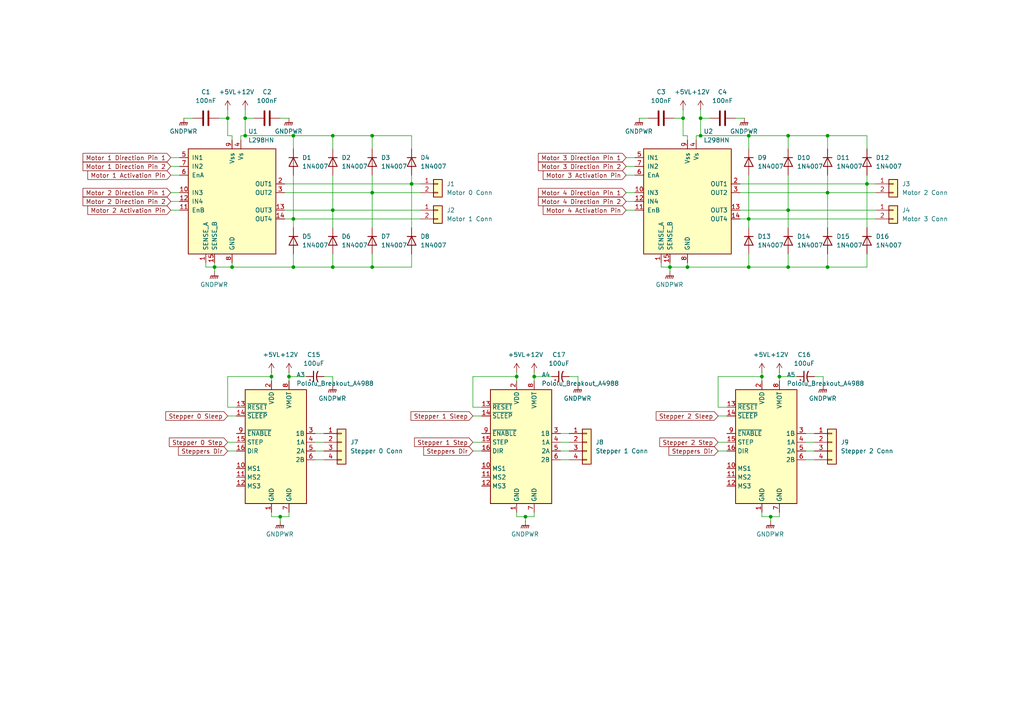
<source format=kicad_sch>
(kicad_sch (version 20250114) (generator "eeschema") (generator_version "9.0")
  (paper "A4")
  (lib_symbols
    (symbol "Connector_Generic:Conn_01x02" (pin_names (offset 1.016) (hide yes))
      (property "Reference" "J" (at 0 2.54 0))
      (property "Value" "Conn_01x02" (at 0 -5.08 0))
      (symbol "Conn_01x02_1_1"
        (rectangle (start -1.27 1.27) (end 1.27 -3.81) (stroke (width 0.254)) (fill (type background)))
        (rectangle (start -1.27 0.127) (end 0 -0.127) (stroke (width 0.1524)))
        (rectangle (start -1.27 -2.413) (end 0 -2.667) (stroke (width 0.1524)))
        (pin passive line (at -5.08 0 0) (length 3.81) (name "Pin_1") (number "1"))
        (pin passive line (at -5.08 -2.54 0) (length 3.81) (name "Pin_2") (number "2"))
      )
    )
    (symbol "Connector_Generic:Conn_01x04" (pin_names (offset 1.016) (hide yes))
      (property "Reference" "J" (at 0 5.08 0))
      (property "Value" "Conn_01x04" (at 0 -7.62 0))
      (symbol "Conn_01x04_1_1"
        (rectangle (start -1.27 3.81) (end 1.27 -6.35) (stroke (width 0.254)) (fill (type background)))
        (rectangle (start -1.27 2.667) (end 0 2.413) (stroke (width 0.1524)))
        (rectangle (start -1.27 0.127) (end 0 -0.127) (stroke (width 0.1524)))
        (rectangle (start -1.27 -2.413) (end 0 -2.667) (stroke (width 0.1524)))
        (rectangle (start -1.27 -4.953) (end 0 -5.207) (stroke (width 0.1524)))
        (pin passive line (at -5.08 2.54 0) (length 3.81) (name "Pin_1") (number "1"))
        (pin passive line (at -5.08 0 0) (length 3.81) (name "Pin_2") (number "2"))
        (pin passive line (at -5.08 -2.54 0) (length 3.81) (name "Pin_3") (number "3"))
        (pin passive line (at -5.08 -5.08 0) (length 3.81) (name "Pin_4") (number "4"))
      )
    )
    (symbol "Device:C" (pin_numbers (hide yes)) (pin_names (offset 0.254))
      (property "Reference" "C" (at 0.635 2.54 0))
      (property "Value" "C" (at 0.635 -2.54 0))
      (symbol "C_0_1"
        (polyline (pts (xy -2.032 0.762) (xy 2.032 0.762)) (stroke (width 0.508)))
        (polyline (pts (xy -2.032 -0.762) (xy 2.032 -0.762)) (stroke (width 0.508)))
      )
      (symbol "C_1_1"
        (pin passive line (at 0 3.81 270) (length 2.794) (name "~") (number "1"))
        (pin passive line (at 0 -3.81 90) (length 2.794) (name "~") (number "2"))
      )
    )
    (symbol "Device:C_Polarized_Small_US" (pin_numbers (hide yes)) (pin_names (offset 0.254) (hide yes))
      (property "Reference" "C" (at 0.254 1.778 0))
      (property "Value" "C_Polarized_Small_US" (at 0.254 -2.032 0))
      (symbol "C_Polarized_Small_US_0_1"
        (polyline (pts (xy -1.524 0.508) (xy 1.524 0.508)) (stroke (width 0.3048)))
        (polyline (pts (xy -1.27 1.524) (xy -0.762 1.524)))
        (polyline (pts (xy -1.016 1.27) (xy -1.016 1.778)))
        (arc (start -1.524 -0.762) (mid 0 -0.3734) (end 1.524 -0.762) (stroke (width 0.3048)))
      )
      (symbol "C_Polarized_Small_US_1_1"
        (pin passive line (at 0 2.54 270) (length 2.032) (name "~") (number "1"))
        (pin passive line (at 0 -2.54 90) (length 2.032) (name "~") (number "2"))
      )
    )
    (symbol "Diode:1N4007" (pin_numbers (hide yes)) (pin_names (hide yes))
      (property "Reference" "D" (at 0 2.54 0))
      (property "Value" "1N4007" (at 0 -2.54 0))
      (symbol "1N4007_0_1"
        (polyline (pts (xy -1.27 1.27) (xy -1.27 -1.27)) (stroke (width 0.254)))
        (polyline (pts (xy 1.27 1.27) (xy 1.27 -1.27) (xy -1.27 0) (xy 1.27 1.27)) (stroke (width 0.254)))
        (polyline (pts (xy 1.27 0) (xy -1.27 0)))
      )
      (symbol "1N4007_1_1"
        (pin passive line (at -3.81 0 0) (length 2.54) (name "K") (number "1"))
        (pin passive line (at 3.81 0 180) (length 2.54) (name "A") (number "2"))
      )
    )
    (symbol "Driver_Motor:L298HN" (pin_names (offset 1.016))
      (property "Reference" "U" (at -10.16 16.51 0))
      (property "Value" "L298HN" (at 12.7 16.51 0))
      (symbol "L298HN_0_1"
        (rectangle (start -12.7 15.24) (end 12.7 -15.24) (stroke (width 0.254)) (fill (type background)))
      )
      (symbol "L298HN_1_1"
        (pin input line (at -15.24 12.7 0) (length 2.54) (name "IN1") (number "5"))
        (pin input line (at -15.24 10.16 0) (length 2.54) (name "IN2") (number "7"))
        (pin input line (at -15.24 7.62 0) (length 2.54) (name "EnA") (number "6"))
        (pin input line (at -15.24 2.54 0) (length 2.54) (name "IN3") (number "10"))
        (pin input line (at -15.24 0 0) (length 2.54) (name "IN4") (number "12"))
        (pin input line (at -15.24 -2.54 0) (length 2.54) (name "EnB") (number "11"))
        (pin power_in line (at -7.62 -17.78 90) (length 2.54) (name "SENSE_A") (number "1"))
        (pin power_in line (at -5.08 -17.78 90) (length 2.54) (name "SENSE_B") (number "15"))
        (pin power_in line (at 0 17.78 270) (length 2.54) (name "Vss") (number "9"))
        (pin power_in line (at 0 -17.78 90) (length 2.54) (name "GND") (number "8"))
        (pin power_in line (at 2.54 17.78 270) (length 2.54) (name "Vs") (number "4"))
        (pin output line (at 15.24 5.08 180) (length 2.54) (name "OUT1") (number "2"))
        (pin output line (at 15.24 2.54 180) (length 2.54) (name "OUT2") (number "3"))
        (pin output line (at 15.24 -2.54 180) (length 2.54) (name "OUT3") (number "13"))
        (pin output line (at 15.24 -5.08 180) (length 2.54) (name "OUT4") (number "14"))
      )
    )
    (symbol "Driver_Motor:Pololu_Breakout_A4988"
      (property "Reference" "A" (at -2.54 19.05 0))
      (property "Value" "Pololu_Breakout_A4988" (at -2.54 16.51 0))
      (symbol "Pololu_Breakout_A4988_0_1"
        (rectangle (start 10.16 -17.78) (end -7.62 15.24) (stroke (width 0.254)) (fill (type background)))
      )
      (symbol "Pololu_Breakout_A4988_1_1"
        (pin input line (at -10.16 10.16 0) (length 2.54) (name "~{RESET}") (number "13"))
        (pin input line (at -10.16 7.62 0) (length 2.54) (name "~{SLEEP}") (number "14"))
        (pin input line (at -10.16 2.54 0) (length 2.54) (name "~{ENABLE}") (number "9"))
        (pin input line (at -10.16 0 0) (length 2.54) (name "STEP") (number "15"))
        (pin input line (at -10.16 -2.54 0) (length 2.54) (name "DIR") (number "16"))
        (pin input line (at -10.16 -7.62 0) (length 2.54) (name "MS1") (number "10"))
        (pin input line (at -10.16 -10.16 0) (length 2.54) (name "MS2") (number "11"))
        (pin input line (at -10.16 -12.7 0) (length 2.54) (name "MS3") (number "12"))
        (pin power_in line (at 0 17.78 270) (length 2.54) (name "VDD") (number "2"))
        (pin power_in line (at 0 -20.32 90) (length 2.54) (name "GND") (number "1"))
        (pin power_in line (at 5.08 17.78 270) (length 2.54) (name "VMOT") (number "8"))
        (pin power_in line (at 5.08 -20.32 90) (length 2.54) (name "GND") (number "7"))
        (pin output line (at 12.7 2.54 180) (length 2.54) (name "1B") (number "3"))
        (pin output line (at 12.7 0 180) (length 2.54) (name "1A") (number "4"))
        (pin output line (at 12.7 -2.54 180) (length 2.54) (name "2A") (number "5"))
        (pin output line (at 12.7 -5.08 180) (length 2.54) (name "2B") (number "6"))
      )
    )
    (symbol "power:+12V" (power) (pin_numbers (hide yes)) (pin_names (offset 0) (hide yes))
      (property "Value" "+12V" (at 0 3.556 0))
      (symbol "+12V_0_1"
        (polyline (pts (xy -0.762 1.27) (xy 0 2.54)))
        (polyline (pts (xy 0 2.54) (xy 0.762 1.27)))
        (polyline (pts (xy 0 0) (xy 0 2.54)))
      )
      (symbol "+12V_1_1"
        (pin power_in line (at 0 0 90) (length 0) (name "~") (number "1"))
      )
    )
    (symbol "power:+5VL" (power) (pin_numbers (hide yes)) (pin_names (offset 0) (hide yes))
      (property "Value" "+5VL" (at 0 3.556 0))
      (symbol "+5VL_0_1"
        (polyline (pts (xy -0.762 1.27) (xy 0 2.54)))
        (polyline (pts (xy 0 2.54) (xy 0.762 1.27)))
        (polyline (pts (xy 0 0) (xy 0 2.54)))
      )
      (symbol "+5VL_1_1"
        (pin power_in line (at 0 0 90) (length 0) (name "~") (number "1"))
      )
    )
    (symbol "power:GNDPWR" (power) (pin_numbers (hide yes)) (pin_names (offset 0) (hide yes))
      (property "Value" "GNDPWR" (at 0 -3.302 0))
      (symbol "GNDPWR_0_1"
        (polyline (pts (xy -1.016 -1.27) (xy -1.27 -2.032) (xy -1.27 -2.032)) (stroke (width 0.2032)))
        (polyline (pts (xy -0.508 -1.27) (xy -0.762 -2.032) (xy -0.762 -2.032)) (stroke (width 0.2032)))
        (polyline (pts (xy 0 -1.27) (xy 0 0)))
        (polyline (pts (xy 0 -1.27) (xy -0.254 -2.032) (xy -0.254 -2.032)) (stroke (width 0.2032)))
        (polyline (pts (xy 0.508 -1.27) (xy 0.254 -2.032) (xy 0.254 -2.032)) (stroke (width 0.2032)))
        (polyline (pts (xy 1.016 -1.27) (xy -1.016 -1.27) (xy -1.016 -1.27)) (stroke (width 0.2032)))
        (polyline (pts (xy 1.016 -1.27) (xy 0.762 -2.032) (xy 0.762 -2.032) (xy 0.762 -2.032)) (stroke (width 0.2032)))
      )
      (symbol "GNDPWR_1_1"
        (pin power_in line (at 0 0 270) (length 0) (name "~") (number "1"))
      )
    )
  )
  (junction (at 228.6 60.96))
  (junction (at 78.74 109.22))
  (junction (at 149.86 109.22))
  (junction (at 83.82 109.22))
  (junction (at 107.95 39.37))
  (junction (at 96.52 77.47))
  (junction (at 228.6 77.47))
  (junction (at 154.94 109.22))
  (junction (at 85.09 77.47))
  (junction (at 81.28 149.86))
  (junction (at 217.17 63.5))
  (junction (at 85.09 39.37))
  (junction (at 96.52 60.96))
  (junction (at 194.31 77.47))
  (junction (at 152.4 149.86))
  (junction (at 119.38 53.34))
  (junction (at 240.03 39.37))
  (junction (at 223.52 149.86))
  (junction (at 66.04 34.29))
  (junction (at 240.03 55.88))
  (junction (at 203.2 34.29))
  (junction (at 67.31 77.47))
  (junction (at 85.09 63.5))
  (junction (at 107.95 55.88))
  (junction (at 240.03 77.47))
  (junction (at 198.12 34.29))
  (junction (at 217.17 39.37))
  (junction (at 203.2 39.37))
  (junction (at 217.17 77.47))
  (junction (at 71.12 34.29))
  (junction (at 251.46 53.34))
  (junction (at 199.39 77.47))
  (junction (at 71.12 39.37))
  (junction (at 107.95 77.47))
  (junction (at 62.23 77.47))
  (junction (at 96.52 39.37))
  (junction (at 220.98 109.22))
  (junction (at 226.06 109.22))
  (junction (at 228.6 39.37))
  (wire (pts (xy 217.17 63.5) (xy 254 63.5)))
  (wire (pts (xy 71.12 34.29) (xy 71.12 39.37)))
  (wire (pts (xy 198.12 31.75) (xy 198.12 34.29)))
  (wire (pts (xy 181.61 45.72) (xy 184.15 45.72)))
  (wire (pts (xy 238.76 109.22) (xy 238.76 111.76)))
  (wire (pts (xy 107.95 39.37) (xy 119.38 39.37)))
  (wire (pts (xy 220.98 149.86) (xy 223.52 149.86)))
  (wire (pts (xy 85.09 63.5) (xy 85.09 66.04)))
  (wire (pts (xy 59.69 76.2) (xy 59.69 77.47)))
  (wire (pts (xy 214.63 60.96) (xy 228.6 60.96)))
  (wire (pts (xy 228.6 77.47) (xy 240.03 77.47)))
  (wire (pts (xy 208.28 109.22) (xy 220.98 109.22)))
  (wire (pts (xy 217.17 63.5) (xy 217.17 66.04)))
  (wire (pts (xy 201.93 39.37) (xy 203.2 39.37)))
  (wire (pts (xy 191.77 77.47) (xy 194.31 77.47)))
  (wire (pts (xy 251.46 50.8) (xy 251.46 53.34)))
  (wire (pts (xy 82.55 63.5) (xy 85.09 63.5)))
  (wire (pts (xy 233.68 125.73) (xy 236.22 125.73)))
  (wire (pts (xy 199.39 76.2) (xy 199.39 77.47)))
  (wire (pts (xy 226.06 109.22) (xy 226.06 110.49)))
  (wire (pts (xy 214.63 63.5) (xy 217.17 63.5)))
  (wire (pts (xy 66.04 39.37) (xy 67.31 39.37)))
  (wire (pts (xy 223.52 151.13) (xy 223.52 149.86)))
  (wire (pts (xy 217.17 43.18) (xy 217.17 39.37)))
  (wire (pts (xy 119.38 73.66) (xy 119.38 77.47)))
  (wire (pts (xy 214.63 55.88) (xy 240.03 55.88)))
  (wire (pts (xy 91.44 125.73) (xy 93.98 125.73)))
  (wire (pts (xy 162.56 133.35) (xy 165.1 133.35)))
  (wire (pts (xy 66.04 120.65) (xy 68.58 120.65)))
  (wire (pts (xy 240.03 73.66) (xy 240.03 77.47)))
  (wire (pts (xy 85.09 77.47) (xy 96.52 77.47)))
  (wire (pts (xy 81.28 151.13) (xy 81.28 149.86)))
  (wire (pts (xy 91.44 130.81) (xy 93.98 130.81)))
  (wire (pts (xy 49.53 45.72) (xy 52.07 45.72)))
  (wire (pts (xy 96.52 50.8) (xy 96.52 60.96)))
  (wire (pts (xy 66.04 109.22) (xy 78.74 109.22)))
  (wire (pts (xy 162.56 130.81) (xy 165.1 130.81)))
  (wire (pts (xy 85.09 73.66) (xy 85.09 77.47)))
  (wire (pts (xy 217.17 50.8) (xy 217.17 63.5)))
  (wire (pts (xy 217.17 73.66) (xy 217.17 77.47)))
  (wire (pts (xy 162.56 125.73) (xy 165.1 125.73)))
  (wire (pts (xy 67.31 76.2) (xy 67.31 77.47)))
  (wire (pts (xy 67.31 39.37) (xy 67.31 40.64)))
  (wire (pts (xy 107.95 55.88) (xy 121.92 55.88)))
  (wire (pts (xy 63.5 34.29) (xy 66.04 34.29)))
  (wire (pts (xy 83.82 107.95) (xy 83.82 109.22)))
  (wire (pts (xy 199.39 77.47) (xy 217.17 77.47)))
  (wire (pts (xy 154.94 109.22) (xy 160.02 109.22)))
  (wire (pts (xy 181.61 50.8) (xy 184.15 50.8)))
  (wire (pts (xy 226.06 107.95) (xy 226.06 109.22)))
  (wire (pts (xy 167.64 109.22) (xy 167.64 111.76)))
  (wire (pts (xy 53.34 34.29) (xy 55.88 34.29)))
  (wire (pts (xy 96.52 109.22) (xy 96.52 111.76)))
  (wire (pts (xy 220.98 107.95) (xy 220.98 109.22)))
  (wire (pts (xy 198.12 34.29) (xy 198.12 39.37)))
  (wire (pts (xy 107.95 55.88) (xy 107.95 66.04)))
  (wire (pts (xy 137.16 128.27) (xy 139.7 128.27)))
  (wire (pts (xy 154.94 148.59) (xy 154.94 149.86)))
  (wire (pts (xy 228.6 73.66) (xy 228.6 77.47)))
  (wire (pts (xy 220.98 148.59) (xy 220.98 149.86)))
  (wire (pts (xy 96.52 39.37) (xy 107.95 39.37)))
  (wire (pts (xy 203.2 39.37) (xy 217.17 39.37)))
  (wire (pts (xy 162.56 128.27) (xy 165.1 128.27)))
  (wire (pts (xy 96.52 73.66) (xy 96.52 77.47)))
  (wire (pts (xy 93.98 109.22) (xy 96.52 109.22)))
  (wire (pts (xy 228.6 60.96) (xy 254 60.96)))
  (wire (pts (xy 137.16 118.11) (xy 139.7 118.11)))
  (wire (pts (xy 203.2 34.29) (xy 205.74 34.29)))
  (wire (pts (xy 83.82 109.22) (xy 88.9 109.22)))
  (wire (pts (xy 149.86 109.22) (xy 149.86 110.49)))
  (wire (pts (xy 240.03 50.8) (xy 240.03 55.88)))
  (wire (pts (xy 83.82 149.86) (xy 81.28 149.86)))
  (wire (pts (xy 91.44 128.27) (xy 93.98 128.27)))
  (wire (pts (xy 220.98 109.22) (xy 220.98 110.49)))
  (wire (pts (xy 49.53 50.8) (xy 52.07 50.8)))
  (wire (pts (xy 165.1 109.22) (xy 167.64 109.22)))
  (wire (pts (xy 66.04 31.75) (xy 66.04 34.29)))
  (wire (pts (xy 181.61 48.26) (xy 184.15 48.26)))
  (wire (pts (xy 208.28 118.11) (xy 210.82 118.11)))
  (wire (pts (xy 83.82 109.22) (xy 83.82 110.49)))
  (wire (pts (xy 66.04 118.11) (xy 68.58 118.11)))
  (wire (pts (xy 199.39 39.37) (xy 198.12 39.37)))
  (wire (pts (xy 85.09 63.5) (xy 121.92 63.5)))
  (wire (pts (xy 199.39 77.47) (xy 194.31 77.47)))
  (wire (pts (xy 240.03 55.88) (xy 240.03 66.04)))
  (wire (pts (xy 137.16 118.11) (xy 137.16 109.22)))
  (wire (pts (xy 233.68 133.35) (xy 236.22 133.35)))
  (wire (pts (xy 107.95 73.66) (xy 107.95 77.47)))
  (wire (pts (xy 81.28 34.29) (xy 83.82 34.29)))
  (wire (pts (xy 240.03 55.88) (xy 254 55.88)))
  (wire (pts (xy 203.2 34.29) (xy 203.2 39.37)))
  (wire (pts (xy 149.86 148.59) (xy 149.86 149.86)))
  (wire (pts (xy 208.28 130.81) (xy 210.82 130.81)))
  (wire (pts (xy 78.74 109.22) (xy 78.74 110.49)))
  (wire (pts (xy 91.44 133.35) (xy 93.98 133.35)))
  (wire (pts (xy 208.28 120.65) (xy 210.82 120.65)))
  (wire (pts (xy 107.95 50.8) (xy 107.95 55.88)))
  (wire (pts (xy 137.16 120.65) (xy 139.7 120.65)))
  (wire (pts (xy 119.38 43.18) (xy 119.38 39.37)))
  (wire (pts (xy 154.94 107.95) (xy 154.94 109.22)))
  (wire (pts (xy 82.55 60.96) (xy 96.52 60.96)))
  (wire (pts (xy 240.03 39.37) (xy 240.03 43.18)))
  (wire (pts (xy 82.55 55.88) (xy 107.95 55.88)))
  (wire (pts (xy 137.16 130.81) (xy 139.7 130.81)))
  (wire (pts (xy 152.4 151.13) (xy 152.4 149.86)))
  (wire (pts (xy 228.6 50.8) (xy 228.6 60.96)))
  (wire (pts (xy 71.12 39.37) (xy 85.09 39.37)))
  (wire (pts (xy 226.06 148.59) (xy 226.06 149.86)))
  (wire (pts (xy 66.04 34.29) (xy 66.04 39.37)))
  (wire (pts (xy 149.86 107.95) (xy 149.86 109.22)))
  (wire (pts (xy 214.63 53.34) (xy 251.46 53.34)))
  (wire (pts (xy 228.6 39.37) (xy 217.17 39.37)))
  (wire (pts (xy 83.82 148.59) (xy 83.82 149.86)))
  (wire (pts (xy 85.09 77.47) (xy 67.31 77.47)))
  (wire (pts (xy 195.58 34.29) (xy 198.12 34.29)))
  (wire (pts (xy 96.52 60.96) (xy 121.92 60.96)))
  (wire (pts (xy 251.46 39.37) (xy 240.03 39.37)))
  (wire (pts (xy 69.85 39.37) (xy 69.85 40.64)))
  (wire (pts (xy 71.12 34.29) (xy 73.66 34.29)))
  (wire (pts (xy 228.6 60.96) (xy 228.6 66.04)))
  (wire (pts (xy 71.12 39.37) (xy 69.85 39.37)))
  (wire (pts (xy 107.95 39.37) (xy 107.95 43.18)))
  (wire (pts (xy 236.22 109.22) (xy 238.76 109.22)))
  (wire (pts (xy 78.74 148.59) (xy 78.74 149.86)))
  (wire (pts (xy 96.52 39.37) (xy 96.52 43.18)))
  (wire (pts (xy 62.23 77.47) (xy 67.31 77.47)))
  (wire (pts (xy 85.09 50.8) (xy 85.09 63.5)))
  (wire (pts (xy 251.46 53.34) (xy 251.46 66.04)))
  (wire (pts (xy 96.52 60.96) (xy 96.52 66.04)))
  (wire (pts (xy 240.03 77.47) (xy 251.46 77.47)))
  (wire (pts (xy 240.03 39.37) (xy 228.6 39.37)))
  (wire (pts (xy 149.86 149.86) (xy 152.4 149.86)))
  (wire (pts (xy 233.68 130.81) (xy 236.22 130.81)))
  (wire (pts (xy 66.04 128.27) (xy 68.58 128.27)))
  (wire (pts (xy 203.2 31.75) (xy 203.2 34.29)))
  (wire (pts (xy 49.53 60.96) (xy 52.07 60.96)))
  (wire (pts (xy 226.06 149.86) (xy 223.52 149.86)))
  (wire (pts (xy 181.61 60.96) (xy 184.15 60.96)))
  (wire (pts (xy 185.42 34.29) (xy 187.96 34.29)))
  (wire (pts (xy 85.09 39.37) (xy 85.09 43.18)))
  (wire (pts (xy 96.52 77.47) (xy 107.95 77.47)))
  (wire (pts (xy 71.12 31.75) (xy 71.12 34.29)))
  (wire (pts (xy 208.28 118.11) (xy 208.28 109.22)))
  (wire (pts (xy 233.68 128.27) (xy 236.22 128.27)))
  (wire (pts (xy 137.16 109.22) (xy 149.86 109.22)))
  (wire (pts (xy 217.17 77.47) (xy 228.6 77.47)))
  (wire (pts (xy 78.74 107.95) (xy 78.74 109.22)))
  (wire (pts (xy 82.55 53.34) (xy 119.38 53.34)))
  (wire (pts (xy 49.53 48.26) (xy 52.07 48.26)))
  (wire (pts (xy 49.53 55.88) (xy 52.07 55.88)))
  (wire (pts (xy 201.93 40.64) (xy 201.93 39.37)))
  (wire (pts (xy 226.06 109.22) (xy 231.14 109.22)))
  (wire (pts (xy 194.31 77.47) (xy 194.31 76.2)))
  (wire (pts (xy 208.28 128.27) (xy 210.82 128.27)))
  (wire (pts (xy 85.09 39.37) (xy 96.52 39.37)))
  (wire (pts (xy 181.61 58.42) (xy 184.15 58.42)))
  (wire (pts (xy 154.94 149.86) (xy 152.4 149.86)))
  (wire (pts (xy 251.46 73.66) (xy 251.46 77.47)))
  (wire (pts (xy 119.38 50.8) (xy 119.38 53.34)))
  (wire (pts (xy 66.04 118.11) (xy 66.04 109.22)))
  (wire (pts (xy 154.94 109.22) (xy 154.94 110.49)))
  (wire (pts (xy 191.77 76.2) (xy 191.77 77.47)))
  (wire (pts (xy 49.53 58.42) (xy 52.07 58.42)))
  (wire (pts (xy 199.39 40.64) (xy 199.39 39.37)))
  (wire (pts (xy 194.31 77.47) (xy 194.31 78.74)))
  (wire (pts (xy 62.23 76.2) (xy 62.23 77.47)))
  (wire (pts (xy 62.23 77.47) (xy 62.23 78.74)))
  (wire (pts (xy 213.36 34.29) (xy 215.9 34.29)))
  (wire (pts (xy 251.46 43.18) (xy 251.46 39.37)))
  (wire (pts (xy 59.69 77.47) (xy 62.23 77.47)))
  (wire (pts (xy 251.46 53.34) (xy 254 53.34)))
  (wire (pts (xy 119.38 53.34) (xy 119.38 66.04)))
  (wire (pts (xy 181.61 55.88) (xy 184.15 55.88)))
  (wire (pts (xy 107.95 77.47) (xy 119.38 77.47)))
  (wire (pts (xy 119.38 53.34) (xy 121.92 53.34)))
  (wire (pts (xy 228.6 43.18) (xy 228.6 39.37)))
  (wire (pts (xy 66.04 130.81) (xy 68.58 130.81)))
  (wire (pts (xy 78.74 149.86) (xy 81.28 149.86)))
  (global_label "Motor 3 Direction Pin 1" (shape input) (at 181.61 45.72 180) (property "Intersheetrefs" "${INTERSHEET_REFS}" (effects (hide yes))))
  (global_label "Stepper 0 Step" (shape input) (at 66.04 128.27 180) (property "Intersheetrefs" "${INTERSHEET_REFS}" (effects (hide yes))))
  (global_label "Motor 4 Activation Pin" (shape input) (at 181.61 60.96 180) (property "Intersheetrefs" "${INTERSHEET_REFS}" (effects (hide yes))))
  (global_label "Stepper 2 Step" (shape input) (at 208.28 128.27 180) (property "Intersheetrefs" "${INTERSHEET_REFS}" (effects (hide yes))))
  (global_label "Stepper 1 Sleep" (shape input) (at 137.16 120.65 180) (property "Intersheetrefs" "${INTERSHEET_REFS}" (effects (hide yes))))
  (global_label "Motor 1 Activation Pin" (shape input) (at 49.53 50.8 180) (property "Intersheetrefs" "${INTERSHEET_REFS}" (effects (hide yes))))
  (global_label "Steppers Dir" (shape input) (at 66.04 130.81 180) (property "Intersheetrefs" "${INTERSHEET_REFS}" (effects (hide yes))))
  (global_label "Motor 3 Activation Pin" (shape input) (at 181.61 50.8 180) (property "Intersheetrefs" "${INTERSHEET_REFS}" (effects (hide yes))))
  (global_label "Motor 2 Direction Pin 1" (shape input) (at 49.53 55.88 180) (property "Intersheetrefs" "${INTERSHEET_REFS}" (effects (hide yes))))
  (global_label "Motor 3 Direction Pin 2" (shape input) (at 181.61 48.26 180) (property "Intersheetrefs" "${INTERSHEET_REFS}" (effects (hide yes))))
  (global_label "Motor 1 Direction Pin 1" (shape input) (at 49.53 45.72 180) (property "Intersheetrefs" "${INTERSHEET_REFS}" (effects (hide yes))))
  (global_label "Motor 4 Direction Pin 2" (shape input) (at 181.61 58.42 180) (property "Intersheetrefs" "${INTERSHEET_REFS}" (effects (hide yes))))
  (global_label "Stepper 1 Step" (shape input) (at 137.16 128.27 180) (property "Intersheetrefs" "${INTERSHEET_REFS}" (effects (hide yes))))
  (global_label "Steppers Dir" (shape input) (at 208.28 130.81 180) (property "Intersheetrefs" "${INTERSHEET_REFS}" (effects (hide yes))))
  (global_label "Steppers Dir" (shape input) (at 137.16 130.81 180) (property "Intersheetrefs" "${INTERSHEET_REFS}" (effects (hide yes))))
  (global_label "Motor 1 Direction Pin 2" (shape input) (at 49.53 48.26 180) (property "Intersheetrefs" "${INTERSHEET_REFS}" (effects (hide yes))))
  (global_label "Motor 4 Direction Pin 1" (shape input) (at 181.61 55.88 180) (property "Intersheetrefs" "${INTERSHEET_REFS}" (effects (hide yes))))
  (global_label "Stepper 0 Sleep" (shape input) (at 66.04 120.65 180) (property "Intersheetrefs" "${INTERSHEET_REFS}" (effects (hide yes))))
  (global_label "Motor 2 Activation Pin" (shape input) (at 49.53 60.96 180) (property "Intersheetrefs" "${INTERSHEET_REFS}" (effects (hide yes))))
  (global_label "Motor 2 Direction Pin 2" (shape input) (at 49.53 58.42 180) (property "Intersheetrefs" "${INTERSHEET_REFS}" (effects (hide yes))))
  (global_label "Stepper 2 Sleep" (shape input) (at 208.28 120.65 180) (property "Intersheetrefs" "${INTERSHEET_REFS}" (effects (hide yes))))
  (symbol (lib_id "Connector_Generic:Conn_01x02") (at 127 53.34 0) (unit 1)
    (property "Reference" "J1" (at 129.54 53.3399 0) (effects (justify left)))
    (property "Value" "Motor 0 Conn" (at 129.54 55.8799 0) (effects (justify left)))
    (property "Footprint" "Connector_PinHeader_2.54mm:PinHeader_1x02_P2.54mm_Vertical" (effects (hide yes)))
    (property "Description" "Generic connector, single row, 01x02, script generated (kicad-library-utils/schlib/autogen/connector/)" (effects (hide yes)))
  )
  (symbol (lib_id "Diode:1N4007") (at 85.09 46.99 270) (unit 1)
    (property "Reference" "D1" (at 87.63 45.7199 90) (effects (justify left)))
    (property "Value" "1N4007" (at 87.63 48.2599 90) (effects (justify left)))
    (property "Footprint" "Diode_THT:D_DO-41_SOD81_P10.16mm_Horizontal" (effects (hide yes)))
    (property "Datasheet" "http://www.vishay.com/docs/88503/1n4001.pdf" (effects (hide yes)))
    (property "Description" "1000V 1A General Purpose Rectifier Diode, DO-41" (effects (hide yes)))
    (property "Sim.Device" "D" (effects (hide yes)))
    (property "Sim.Pins" "1=K 2=A" (effects (hide yes)))
  )
  (symbol (lib_id "Driver_Motor:L298HN") (at 67.31 58.42 0) (unit 1)
    (property "Reference" "U1" (at 71.9933 38.1 0) (effects (justify left)))
    (property "Value" "L298HN" (at 71.9933 40.64 0) (effects (justify left)))
    (property "Footprint" "Package_TO_SOT_THT:TO-220-15_P2.54x2.54mm_StaggerOdd_Lead5.84mm_TabDown" (effects (hide yes)))
    (property "Datasheet" "http://www.st.com/st-web-ui/static/active/en/resource/technical/document/datasheet/CD00000240.pdf" (effects (hide yes)))
    (property "Description" "Dual full bridge motor driver, up to 46V, 4A, Multiwatt15-H" (effects (hide yes)))
  )
  (symbol (lib_id "Diode:1N4007") (at 217.17 69.85 270) (unit 1)
    (property "Reference" "D13" (at 219.71 68.5799 90) (effects (justify left)))
    (property "Value" "1N4007" (at 219.71 71.1199 90) (effects (justify left)))
    (property "Footprint" "Diode_THT:D_DO-41_SOD81_P10.16mm_Horizontal" (effects (hide yes)))
    (property "Datasheet" "http://www.vishay.com/docs/88503/1n4001.pdf" (effects (hide yes)))
    (property "Description" "1000V 1A General Purpose Rectifier Diode, DO-41" (effects (hide yes)))
    (property "Sim.Device" "D" (effects (hide yes)))
    (property "Sim.Pins" "1=K 2=A" (effects (hide yes)))
  )
  (symbol (lib_id "power:GNDPWR") (at 152.4 151.13 0) (unit 1)
    (property "Reference" "#PWR031" (effects (hide yes)))
    (property "Value" "GNDPWR" (at 152.273 154.94 0))
    (property "Description" "Power symbol creates a global label with name \"GNDPWR\" , global ground" (effects (hide yes)))
  )
  (symbol (lib_id "power:+12V") (at 71.12 31.75 0) (unit 1)
    (property "Reference" "#PWR04" (effects (hide yes)))
    (property "Value" "+12V" (at 71.12 26.67 0))
    (property "Description" "Power symbol creates a global label with name \"+12V\"" (effects (hide yes)))
  )
  (symbol (lib_id "power:GNDPWR") (at 215.9 34.29 0) (unit 1)
    (property "Reference" "#PWR010" (effects (hide yes)))
    (property "Value" "GNDPWR" (at 215.773 38.1 0))
    (property "Description" "Power symbol creates a global label with name \"GNDPWR\" , global ground" (effects (hide yes)))
  )
  (symbol (lib_id "Driver_Motor:Pololu_Breakout_A4988") (at 220.98 128.27 0) (unit 1)
    (property "Reference" "A5" (at 228.2033 107.95 0) (effects (justify left top)))
    (property "Value" "Pololu_Breakout_A4988" (at 228.2033 110.49 0) (effects (justify left top)))
    (property "Footprint" "Module:Pololu_Breakout-16_15.2x20.3mm" (effects (hide yes)))
    (property "Datasheet" "https://www.pololu.com/product/2980/pictures" (effects (hide yes)))
    (property "Description" "Pololu Breakout Board, Stepper Driver A4988" (effects (hide yes)))
  )
  (symbol (lib_id "power:GNDPWR") (at 53.34 34.29 0) (unit 1)
    (property "Reference" "#PWR08" (effects (hide yes)))
    (property "Value" "GNDPWR" (at 53.213 38.1 0))
    (property "Description" "Power symbol creates a global label with name \"GNDPWR\" , global ground" (effects (hide yes)))
  )
  (symbol (lib_id "Connector_Generic:Conn_01x02") (at 259.08 53.34 0) (unit 1)
    (property "Reference" "J3" (at 261.62 53.3399 0) (effects (justify left)))
    (property "Value" "Motor 2 Conn" (at 261.62 55.8799 0) (effects (justify left)))
    (property "Footprint" "Connector_PinHeader_2.54mm:PinHeader_1x02_P2.54mm_Vertical" (effects (hide yes)))
    (property "Description" "Generic connector, single row, 01x02, script generated (kicad-library-utils/schlib/autogen/connector/)" (effects (hide yes)))
  )
  (symbol (lib_id "Diode:1N4007") (at 96.52 69.85 270) (unit 1)
    (property "Reference" "D6" (at 99.06 68.5799 90) (effects (justify left)))
    (property "Value" "1N4007" (at 99.06 71.1199 90) (effects (justify left)))
    (property "Footprint" "Diode_THT:D_DO-41_SOD81_P10.16mm_Horizontal" (effects (hide yes)))
    (property "Datasheet" "http://www.vishay.com/docs/88503/1n4001.pdf" (effects (hide yes)))
    (property "Description" "1000V 1A General Purpose Rectifier Diode, DO-41" (effects (hide yes)))
    (property "Sim.Device" "D" (effects (hide yes)))
    (property "Sim.Pins" "1=K 2=A" (effects (hide yes)))
  )
  (symbol (lib_id "Diode:1N4007") (at 251.46 69.85 270) (unit 1)
    (property "Reference" "D16" (at 254 68.5799 90) (effects (justify left)))
    (property "Value" "1N4007" (at 254 71.1199 90) (effects (justify left)))
    (property "Footprint" "Diode_THT:D_DO-41_SOD81_P10.16mm_Horizontal" (effects (hide yes)))
    (property "Datasheet" "http://www.vishay.com/docs/88503/1n4001.pdf" (effects (hide yes)))
    (property "Description" "1000V 1A General Purpose Rectifier Diode, DO-41" (effects (hide yes)))
    (property "Sim.Device" "D" (effects (hide yes)))
    (property "Sim.Pins" "1=K 2=A" (effects (hide yes)))
  )
  (symbol (lib_id "Device:C_Polarized_Small_US") (at 91.44 109.22 90) (unit 1)
    (property "Reference" "C15" (at 91.0082 102.87 90))
    (property "Value" "100uF" (at 91.0082 105.41 90))
    (property "Footprint" "Capacitor_THT:CP_Radial_D5.0mm_P2.50mm" (effects (hide yes)))
    (property "Description" "Polarized capacitor, small US symbol" (effects (hide yes)))
  )
  (symbol (lib_id "Connector_Generic:Conn_01x04") (at 99.06 128.27 0) (unit 1)
    (property "Reference" "J7" (at 101.6 128.2699 0) (effects (justify left)))
    (property "Value" "Stepper 0 Conn" (at 101.6 130.8099 0) (effects (justify left)))
    (property "Footprint" "Connector_PinHeader_2.54mm:PinHeader_1x04_P2.54mm_Vertical" (effects (hide yes)))
    (property "Description" "Generic connector, single row, 01x04, script generated (kicad-library-utils/schlib/autogen/connector/)" (effects (hide yes)))
  )
  (symbol (lib_id "power:+12V") (at 83.82 107.95 0) (unit 1)
    (property "Reference" "#PWR026" (effects (hide yes)))
    (property "Value" "+12V" (at 83.82 102.87 0))
    (property "Description" "Power symbol creates a global label with name \"+12V\"" (effects (hide yes)))
  )
  (symbol (lib_id "power:GNDPWR") (at 81.28 151.13 0) (unit 1)
    (property "Reference" "#PWR028" (effects (hide yes)))
    (property "Value" "GNDPWR" (at 81.153 154.94 0))
    (property "Description" "Power symbol creates a global label with name \"GNDPWR\" , global ground" (effects (hide yes)))
  )
  (symbol (lib_id "power:GNDPWR") (at 96.52 111.76 0) (unit 1)
    (property "Reference" "#PWR029" (effects (hide yes)))
    (property "Value" "GNDPWR" (at 96.393 115.57 0))
    (property "Description" "Power symbol creates a global label with name \"GNDPWR\" , global ground" (effects (hide yes)))
  )
  (symbol (lib_id "Diode:1N4007") (at 217.17 46.99 270) (unit 1)
    (property "Reference" "D9" (at 219.71 45.7199 90) (effects (justify left)))
    (property "Value" "1N4007" (at 219.71 48.2599 90) (effects (justify left)))
    (property "Footprint" "Diode_THT:D_DO-41_SOD81_P10.16mm_Horizontal" (effects (hide yes)))
    (property "Datasheet" "http://www.vishay.com/docs/88503/1n4001.pdf" (effects (hide yes)))
    (property "Description" "1000V 1A General Purpose Rectifier Diode, DO-41" (effects (hide yes)))
    (property "Sim.Device" "D" (effects (hide yes)))
    (property "Sim.Pins" "1=K 2=A" (effects (hide yes)))
  )
  (symbol (lib_id "Diode:1N4007") (at 85.09 69.85 270) (unit 1)
    (property "Reference" "D5" (at 87.63 68.5799 90) (effects (justify left)))
    (property "Value" "1N4007" (at 87.63 71.1199 90) (effects (justify left)))
    (property "Footprint" "Diode_THT:D_DO-41_SOD81_P10.16mm_Horizontal" (effects (hide yes)))
    (property "Datasheet" "http://www.vishay.com/docs/88503/1n4001.pdf" (effects (hide yes)))
    (property "Description" "1000V 1A General Purpose Rectifier Diode, DO-41" (effects (hide yes)))
    (property "Sim.Device" "D" (effects (hide yes)))
    (property "Sim.Pins" "1=K 2=A" (effects (hide yes)))
  )
  (symbol (lib_id "power:+12V") (at 226.06 107.95 0) (unit 1)
    (property "Reference" "#PWR036" (effects (hide yes)))
    (property "Value" "+12V" (at 226.06 102.87 0))
    (property "Description" "Power symbol creates a global label with name \"+12V\"" (effects (hide yes)))
  )
  (symbol (lib_id "Diode:1N4007") (at 228.6 46.99 270) (unit 1)
    (property "Reference" "D10" (at 231.14 45.7199 90) (effects (justify left)))
    (property "Value" "1N4007" (at 231.14 48.2599 90) (effects (justify left)))
    (property "Footprint" "Diode_THT:D_DO-41_SOD81_P10.16mm_Horizontal" (effects (hide yes)))
    (property "Datasheet" "http://www.vishay.com/docs/88503/1n4001.pdf" (effects (hide yes)))
    (property "Description" "1000V 1A General Purpose Rectifier Diode, DO-41" (effects (hide yes)))
    (property "Sim.Device" "D" (effects (hide yes)))
    (property "Sim.Pins" "1=K 2=A" (effects (hide yes)))
  )
  (symbol (lib_id "Diode:1N4007") (at 96.52 46.99 270) (unit 1)
    (property "Reference" "D2" (at 99.06 45.7199 90) (effects (justify left)))
    (property "Value" "1N4007" (at 99.06 48.2599 90) (effects (justify left)))
    (property "Footprint" "Diode_THT:D_DO-41_SOD81_P10.16mm_Horizontal" (effects (hide yes)))
    (property "Datasheet" "http://www.vishay.com/docs/88503/1n4001.pdf" (effects (hide yes)))
    (property "Description" "1000V 1A General Purpose Rectifier Diode, DO-41" (effects (hide yes)))
    (property "Sim.Device" "D" (effects (hide yes)))
    (property "Sim.Pins" "1=K 2=A" (effects (hide yes)))
  )
  (symbol (lib_id "Diode:1N4007") (at 228.6 69.85 270) (unit 1)
    (property "Reference" "D14" (at 231.14 68.5799 90) (effects (justify left)))
    (property "Value" "1N4007" (at 231.14 71.1199 90) (effects (justify left)))
    (property "Footprint" "Diode_THT:D_DO-41_SOD81_P10.16mm_Horizontal" (effects (hide yes)))
    (property "Datasheet" "http://www.vishay.com/docs/88503/1n4001.pdf" (effects (hide yes)))
    (property "Description" "1000V 1A General Purpose Rectifier Diode, DO-41" (effects (hide yes)))
    (property "Sim.Device" "D" (effects (hide yes)))
    (property "Sim.Pins" "1=K 2=A" (effects (hide yes)))
  )
  (symbol (lib_id "Connector_Generic:Conn_01x04") (at 170.18 128.27 0) (unit 1)
    (property "Reference" "J8" (at 172.72 128.2699 0) (effects (justify left)))
    (property "Value" "Stepper 1 Conn" (at 172.72 130.8099 0) (effects (justify left)))
    (property "Footprint" "Connector_PinHeader_2.54mm:PinHeader_1x04_P2.54mm_Vertical" (effects (hide yes)))
    (property "Description" "Generic connector, single row, 01x04, script generated (kicad-library-utils/schlib/autogen/connector/)" (effects (hide yes)))
  )
  (symbol (lib_id "Diode:1N4007") (at 240.03 69.85 270) (unit 1)
    (property "Reference" "D15" (at 242.57 68.5799 90) (effects (justify left)))
    (property "Value" "1N4007" (at 242.57 71.1199 90) (effects (justify left)))
    (property "Footprint" "Diode_THT:D_DO-41_SOD81_P10.16mm_Horizontal" (effects (hide yes)))
    (property "Datasheet" "http://www.vishay.com/docs/88503/1n4001.pdf" (effects (hide yes)))
    (property "Description" "1000V 1A General Purpose Rectifier Diode, DO-41" (effects (hide yes)))
    (property "Sim.Device" "D" (effects (hide yes)))
    (property "Sim.Pins" "1=K 2=A" (effects (hide yes)))
  )
  (symbol (lib_id "power:GNDPWR") (at 62.23 78.74 0) (unit 1)
    (property "Reference" "#PWR02" (effects (hide yes)))
    (property "Value" "GNDPWR" (at 62.103 82.55 0))
    (property "Description" "Power symbol creates a global label with name \"GNDPWR\" , global ground" (effects (hide yes)))
  )
  (symbol (lib_id "power:+5VL") (at 66.04 31.75 0) (unit 1)
    (property "Reference" "#PWR015" (effects (hide yes)))
    (property "Value" "+5VL" (at 66.04 26.67 0))
    (property "Description" "Power symbol creates a global label with name \"+5VL\"" (effects (hide yes)))
  )
  (symbol (lib_id "power:GNDPWR") (at 83.82 34.29 0) (unit 1)
    (property "Reference" "#PWR07" (effects (hide yes)))
    (property "Value" "GNDPWR" (at 83.693 38.1 0))
    (property "Description" "Power symbol creates a global label with name \"GNDPWR\" , global ground" (effects (hide yes)))
  )
  (symbol (lib_id "Driver_Motor:L298HN") (at 199.39 58.42 0) (unit 1)
    (property "Reference" "U2" (at 204.0733 38.1 0) (effects (justify left)))
    (property "Value" "L298HN" (at 204.0733 40.64 0) (effects (justify left)))
    (property "Footprint" "Package_TO_SOT_THT:TO-220-15_P2.54x2.54mm_StaggerOdd_Lead5.84mm_TabDown" (effects (hide yes)))
    (property "Datasheet" "http://www.st.com/st-web-ui/static/active/en/resource/technical/document/datasheet/CD00000240.pdf" (effects (hide yes)))
    (property "Description" "Dual full bridge motor driver, up to 46V, 4A, Multiwatt15-H" (effects (hide yes)))
  )
  (symbol (lib_id "Driver_Motor:Pololu_Breakout_A4988") (at 78.74 128.27 0) (unit 1)
    (property "Reference" "A3" (at 85.9633 107.95 0) (effects (justify left top)))
    (property "Value" "Pololu_Breakout_A4988" (at 85.9633 110.49 0) (effects (justify left top)))
    (property "Footprint" "Module:Pololu_Breakout-16_15.2x20.3mm" (effects (hide yes)))
    (property "Datasheet" "https://www.pololu.com/product/2980/pictures" (effects (hide yes)))
    (property "Description" "Pololu Breakout Board, Stepper Driver A4988" (effects (hide yes)))
  )
  (symbol (lib_id "power:GNDPWR") (at 167.64 111.76 0) (unit 1)
    (property "Reference" "#PWR033" (effects (hide yes)))
    (property "Value" "GNDPWR" (at 167.513 115.57 0))
    (property "Description" "Power symbol creates a global label with name \"GNDPWR\" , global ground" (effects (hide yes)))
  )
  (symbol (lib_id "Connector_Generic:Conn_01x02") (at 127 60.96 0) (unit 1)
    (property "Reference" "J2" (at 129.54 60.9599 0) (effects (justify left)))
    (property "Value" "Motor 1 Conn" (at 129.54 63.4999 0) (effects (justify left)))
    (property "Footprint" "Connector_PinHeader_2.54mm:PinHeader_1x02_P2.54mm_Vertical" (effects (hide yes)))
    (property "Description" "Generic connector, single row, 01x02, script generated (kicad-library-utils/schlib/autogen/connector/)" (effects (hide yes)))
  )
  (symbol (lib_id "Diode:1N4007") (at 251.46 46.99 270) (unit 1)
    (property "Reference" "D12" (at 254 45.7199 90) (effects (justify left)))
    (property "Value" "1N4007" (at 254 48.2599 90) (effects (justify left)))
    (property "Footprint" "Diode_THT:D_DO-41_SOD81_P10.16mm_Horizontal" (effects (hide yes)))
    (property "Datasheet" "http://www.vishay.com/docs/88503/1n4001.pdf" (effects (hide yes)))
    (property "Description" "1000V 1A General Purpose Rectifier Diode, DO-41" (effects (hide yes)))
    (property "Sim.Device" "D" (effects (hide yes)))
    (property "Sim.Pins" "1=K 2=A" (effects (hide yes)))
  )
  (symbol (lib_id "Diode:1N4007") (at 240.03 46.99 270) (unit 1)
    (property "Reference" "D11" (at 242.57 45.7199 90) (effects (justify left)))
    (property "Value" "1N4007" (at 242.57 48.2599 90) (effects (justify left)))
    (property "Footprint" "Diode_THT:D_DO-41_SOD81_P10.16mm_Horizontal" (effects (hide yes)))
    (property "Datasheet" "http://www.vishay.com/docs/88503/1n4001.pdf" (effects (hide yes)))
    (property "Description" "1000V 1A General Purpose Rectifier Diode, DO-41" (effects (hide yes)))
    (property "Sim.Device" "D" (effects (hide yes)))
    (property "Sim.Pins" "1=K 2=A" (effects (hide yes)))
  )
  (symbol (lib_id "power:GNDPWR") (at 185.42 34.29 0) (unit 1)
    (property "Reference" "#PWR09" (effects (hide yes)))
    (property "Value" "GNDPWR" (at 185.293 38.1 0))
    (property "Description" "Power symbol creates a global label with name \"GNDPWR\" , global ground" (effects (hide yes)))
  )
  (symbol (lib_id "power:+5VL") (at 198.12 31.75 0) (unit 1)
    (property "Reference" "#PWR03" (effects (hide yes)))
    (property "Value" "+5VL" (at 198.12 26.67 0))
    (property "Description" "Power symbol creates a global label with name \"+5VL\"" (effects (hide yes)))
  )
  (symbol (lib_id "power:GNDPWR") (at 223.52 151.13 0) (unit 1)
    (property "Reference" "#PWR035" (effects (hide yes)))
    (property "Value" "GNDPWR" (at 223.393 154.94 0))
    (property "Description" "Power symbol creates a global label with name \"GNDPWR\" , global ground" (effects (hide yes)))
  )
  (symbol (lib_id "Device:C") (at 77.47 34.29 270) (unit 1)
    (property "Reference" "C2" (at 77.47 26.67 90))
    (property "Value" "100nF" (at 77.47 29.21 90))
    (property "Footprint" "Capacitor_THT:C_Disc_D4.3mm_W1.9mm_P5.00mm" (effects (hide yes)))
    (property "Description" "Unpolarized capacitor" (effects (hide yes)))
  )
  (symbol (lib_id "Connector_Generic:Conn_01x02") (at 259.08 60.96 0) (unit 1)
    (property "Reference" "J4" (at 261.62 60.9599 0) (effects (justify left)))
    (property "Value" "Motor 3 Conn" (at 261.62 63.4999 0) (effects (justify left)))
    (property "Footprint" "Connector_PinHeader_2.54mm:PinHeader_1x02_P2.54mm_Vertical" (effects (hide yes)))
    (property "Description" "Generic connector, single row, 01x02, script generated (kicad-library-utils/schlib/autogen/connector/)" (effects (hide yes)))
  )
  (symbol (lib_id "power:+12V") (at 203.2 31.75 0) (unit 1)
    (property "Reference" "#PWR06" (effects (hide yes)))
    (property "Value" "+12V" (at 203.2 26.67 0))
    (property "Description" "Power symbol creates a global label with name \"+12V\"" (effects (hide yes)))
  )
  (symbol (lib_id "power:+5VL") (at 220.98 107.95 0) (unit 1)
    (property "Reference" "#PWR034" (effects (hide yes)))
    (property "Value" "+5VL" (at 220.98 102.87 0))
    (property "Description" "Power symbol creates a global label with name \"+5VL\"" (effects (hide yes)))
  )
  (symbol (lib_id "Device:C") (at 59.69 34.29 270) (unit 1)
    (property "Reference" "C1" (at 59.69 26.67 90))
    (property "Value" "100nF" (at 59.69 29.21 90))
    (property "Footprint" "Capacitor_THT:C_Disc_D4.3mm_W1.9mm_P5.00mm" (effects (hide yes)))
    (property "Description" "Unpolarized capacitor" (effects (hide yes)))
  )
  (symbol (lib_id "power:GNDPWR") (at 238.76 111.76 0) (unit 1)
    (property "Reference" "#PWR037" (effects (hide yes)))
    (property "Value" "GNDPWR" (at 238.633 115.57 0))
    (property "Description" "Power symbol creates a global label with name \"GNDPWR\" , global ground" (effects (hide yes)))
  )
  (symbol (lib_id "Diode:1N4007") (at 107.95 46.99 270) (unit 1)
    (property "Reference" "D3" (at 110.49 45.7199 90) (effects (justify left)))
    (property "Value" "1N4007" (at 110.49 48.2599 90) (effects (justify left)))
    (property "Footprint" "Diode_THT:D_DO-41_SOD81_P10.16mm_Horizontal" (effects (hide yes)))
    (property "Datasheet" "http://www.vishay.com/docs/88503/1n4001.pdf" (effects (hide yes)))
    (property "Description" "1000V 1A General Purpose Rectifier Diode, DO-41" (effects (hide yes)))
    (property "Sim.Device" "D" (effects (hide yes)))
    (property "Sim.Pins" "1=K 2=A" (effects (hide yes)))
  )
  (symbol (lib_id "Connector_Generic:Conn_01x04") (at 241.3 128.27 0) (unit 1)
    (property "Reference" "J9" (at 243.84 128.2699 0) (effects (justify left)))
    (property "Value" "Stepper 2 Conn" (at 243.84 130.8099 0) (effects (justify left)))
    (property "Footprint" "Connector_PinHeader_2.54mm:PinHeader_1x04_P2.54mm_Vertical" (effects (hide yes)))
    (property "Description" "Generic connector, single row, 01x04, script generated (kicad-library-utils/schlib/autogen/connector/)" (effects (hide yes)))
  )
  (symbol (lib_id "Diode:1N4007") (at 107.95 69.85 270) (unit 1)
    (property "Reference" "D7" (at 110.49 68.5799 90) (effects (justify left)))
    (property "Value" "1N4007" (at 110.49 71.1199 90) (effects (justify left)))
    (property "Footprint" "Diode_THT:D_DO-41_SOD81_P10.16mm_Horizontal" (effects (hide yes)))
    (property "Datasheet" "http://www.vishay.com/docs/88503/1n4001.pdf" (effects (hide yes)))
    (property "Description" "1000V 1A General Purpose Rectifier Diode, DO-41" (effects (hide yes)))
    (property "Sim.Device" "D" (effects (hide yes)))
    (property "Sim.Pins" "1=K 2=A" (effects (hide yes)))
  )
  (symbol (lib_id "Device:C_Polarized_Small_US") (at 162.56 109.22 90) (unit 1)
    (property "Reference" "C17" (at 162.1282 102.87 90))
    (property "Value" "100uF" (at 162.1282 105.41 90))
    (property "Footprint" "Capacitor_THT:CP_Radial_D5.0mm_P2.50mm" (effects (hide yes)))
    (property "Description" "Polarized capacitor, small US symbol" (effects (hide yes)))
  )
  (symbol (lib_id "Diode:1N4007") (at 119.38 69.85 270) (unit 1)
    (property "Reference" "D8" (at 121.92 68.5799 90) (effects (justify left)))
    (property "Value" "1N4007" (at 121.92 71.1199 90) (effects (justify left)))
    (property "Footprint" "Diode_THT:D_DO-41_SOD81_P10.16mm_Horizontal" (effects (hide yes)))
    (property "Datasheet" "http://www.vishay.com/docs/88503/1n4001.pdf" (effects (hide yes)))
    (property "Description" "1000V 1A General Purpose Rectifier Diode, DO-41" (effects (hide yes)))
    (property "Sim.Device" "D" (effects (hide yes)))
    (property "Sim.Pins" "1=K 2=A" (effects (hide yes)))
  )
  (symbol (lib_id "power:+12V") (at 154.94 107.95 0) (unit 1)
    (property "Reference" "#PWR032" (effects (hide yes)))
    (property "Value" "+12V" (at 154.94 102.87 0))
    (property "Description" "Power symbol creates a global label with name \"+12V\"" (effects (hide yes)))
  )
  (symbol (lib_id "Device:C") (at 209.55 34.29 90) (unit 1)
    (property "Reference" "C4" (at 209.55 26.67 90))
    (property "Value" "100nF" (at 209.55 29.21 90))
    (property "Footprint" "Capacitor_THT:C_Disc_D4.3mm_W1.9mm_P5.00mm" (effects (hide yes)))
    (property "Description" "Unpolarized capacitor" (effects (hide yes)))
  )
  (symbol (lib_id "Device:C") (at 191.77 34.29 90) (unit 1)
    (property "Reference" "C3" (at 191.77 26.67 90))
    (property "Value" "100nF" (at 191.77 29.21 90))
    (property "Footprint" "Capacitor_THT:C_Disc_D4.3mm_W1.9mm_P5.00mm" (effects (hide yes)))
    (property "Description" "Unpolarized capacitor" (effects (hide yes)))
  )
  (symbol (lib_id "Device:C_Polarized_Small_US") (at 233.68 109.22 90) (unit 1)
    (property "Reference" "C16" (at 233.2482 102.87 90))
    (property "Value" "100uF" (at 233.2482 105.41 90))
    (property "Footprint" "Capacitor_THT:CP_Radial_D5.0mm_P2.50mm" (effects (hide yes)))
    (property "Description" "Polarized capacitor, small US symbol" (effects (hide yes)))
  )
  (symbol (lib_id "Diode:1N4007") (at 119.38 46.99 270) (unit 1)
    (property "Reference" "D4" (at 121.92 45.7199 90) (effects (justify left)))
    (property "Value" "1N4007" (at 121.92 48.2599 90) (effects (justify left)))
    (property "Footprint" "Diode_THT:D_DO-41_SOD81_P10.16mm_Horizontal" (effects (hide yes)))
    (property "Datasheet" "http://www.vishay.com/docs/88503/1n4001.pdf" (effects (hide yes)))
    (property "Description" "1000V 1A General Purpose Rectifier Diode, DO-41" (effects (hide yes)))
    (property "Sim.Device" "D" (effects (hide yes)))
    (property "Sim.Pins" "1=K 2=A" (effects (hide yes)))
  )
  (symbol (lib_id "power:+5VL") (at 149.86 107.95 0) (unit 1)
    (property "Reference" "#PWR030" (effects (hide yes)))
    (property "Value" "+5VL" (at 149.86 102.87 0))
    (property "Description" "Power symbol creates a global label with name \"+5VL\"" (effects (hide yes)))
  )
  (symbol (lib_id "power:+5VL") (at 78.74 107.95 0) (unit 1)
    (property "Reference" "#PWR027" (effects (hide yes)))
    (property "Value" "+5VL" (at 78.74 102.87 0))
    (property "Description" "Power symbol creates a global label with name \"+5VL\"" (effects (hide yes)))
  )
  (symbol (lib_id "Driver_Motor:Pololu_Breakout_A4988") (at 149.86 128.27 0) (unit 1)
    (property "Reference" "A4" (at 157.0833 107.95 0) (effects (justify left top)))
    (property "Value" "Pololu_Breakout_A4988" (at 157.0833 110.49 0) (effects (justify left top)))
    (property "Footprint" "Module:Pololu_Breakout-16_15.2x20.3mm" (effects (hide yes)))
    (property "Datasheet" "https://www.pololu.com/product/2980/pictures" (effects (hide yes)))
    (property "Description" "Pololu Breakout Board, Stepper Driver A4988" (effects (hide yes)))
  )
  (symbol (lib_id "power:GNDPWR") (at 194.31 78.74 0) (unit 1)
    (property "Reference" "#PWR01" (effects (hide yes)))
    (property "Value" "GNDPWR" (at 194.183 82.55 0))
    (property "Description" "Power symbol creates a global label with name \"GNDPWR\" , global ground" (effects (hide yes)))
  )
)
</source>
